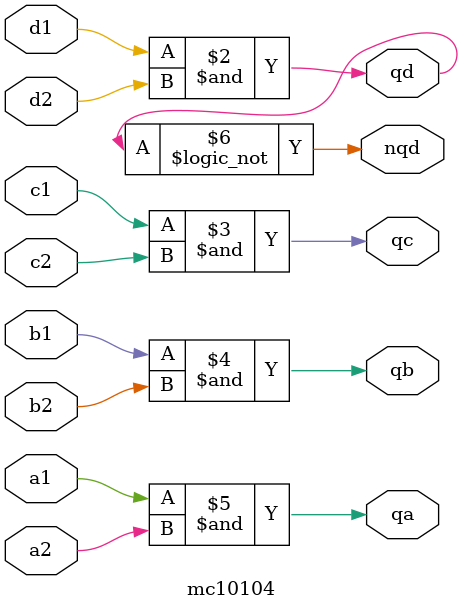
<source format=sv>
module mc10104(input bit a1, a2, b1, b2, c1, c2, d1, d2,
	       output bit qa,
	       output bit qb,
	       output bit qc,
	       output bit qd, nqd);
   
always_comb begin
   {qa, qb, qc, qd} = {a1 & a2, b1 & b2, c1 & c2, d1 & d2};
   nqd = !qd;
end


endmodule // mc10104

</source>
